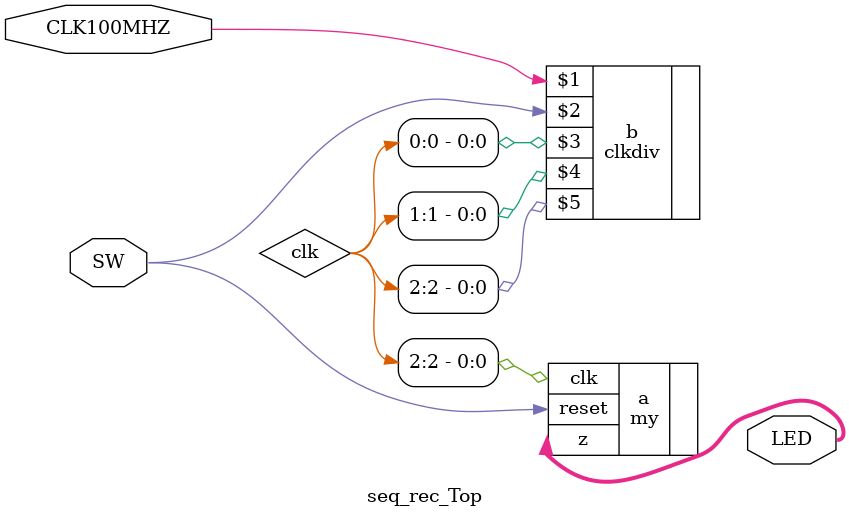
<source format=v>
`timescale 1ns / 1ps


module seq_rec_Top(
    input CLK100MHZ,
    input [0:0] SW,
    output [5:0] LED
    );
    wire [2:0] clk;
    my a(.clk(clk[2]), .reset(SW[0]), .z(LED));
    clkdiv b(CLK100MHZ, SW[0], clk[0], clk[1], clk[2]);
endmodule

</source>
